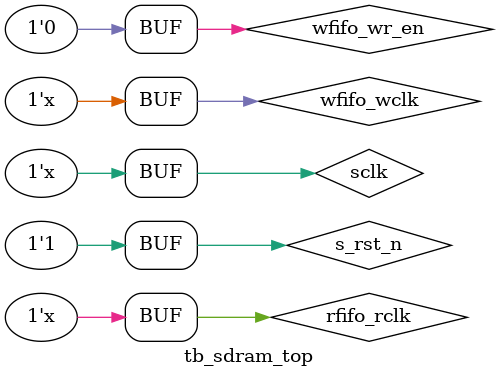
<source format=v>
`timescale 1ns/1ns
module tb_sdram_top;

reg			sclk;
reg 		s_rst_n;

wire		sdram_clk;
wire		sdram_cke;
wire		sdram_cs_n;
wire		sdram_cas_n;
wire		sdram_ras_n;
wire		sdram_we_n;
wire [1:0]	sdram_bank;
wire [12:0]	sdram_addr;
wire [1:0]	sdram_dqm;
wire [23:0]	sdram_dq;

reg 		wr_trig;
reg 		rd_trig;

reg			wfifo_wclk;
reg			wfifo_wr_en;
reg	[23:0]	wfifo_wr_data;

reg			rfifo_rclk;
reg			rfifo_rd_en;
wire [23:0]	rfifo_rd_data;
wire		rfifo_rd_ready;

initial begin
	rfifo_rclk = 1;
end

always #10	rfifo_rclk = ~rfifo_rclk;

always @(posedge rfifo_rclk or negedge s_rst_n) begin
	if(s_rst_n == 1'b0)
		rfifo_rd_en <= 1'b0;
	else if(rfifo_rd_ready == 1'b1)
		rfifo_rd_en <= 1'b1;
end	

initial begin
	wfifo_wclk = 1;
	wfifo_wr_en <= 0;
	#210000
	wfifo_wr_en <= 1;
	#5120
	wfifo_wr_en <= 0;
end	

always @(posedge wfifo_wclk or negedge s_rst_n) begin
	if(s_rst_n == 1'b0)
		wfifo_wr_data <= 'd0;
	else if(wfifo_wr_data >= 255)
		wfifo_wr_data <= 'd0;
	else if(wfifo_wr_en == 1'b1)
		wfifo_wr_data <= wfifo_wr_data + 1'b1; 
end	

always #10	wfifo_wclk = ~wfifo_wclk;

initial begin
	sclk = 1;
	s_rst_n <= 0;
	#100
	s_rst_n <= 1;
end

always #5	sclk = ~sclk;

sdram_top u_sdram_top(
	.sclk				(sclk		),	
	.s_rst_n			(s_rst_n	),	
	.sdram_clk			(sdram_clk	),
	.sdram_cke			(sdram_cke	),
	.sdram_cs_n			(sdram_cs_n	),
	.sdram_cas_n		(sdram_cas_n),	
	.sdram_ras_n		(sdram_ras_n),	
	.sdram_we_n			(sdram_we_n	),
	.sdram_bank			(sdram_bank	),
	.sdram_addr			(sdram_addr	),
	.sdram_dqm			(sdram_dqm	),
	.sdram_dq			(sdram_dq	),
	.wfifo_wclk			(wfifo_wclk	),
	.wfifo_wr_en		(wfifo_wr_en),
	.wfifo_wr_data		(wfifo_wr_data),
	.rfifo_rclk			(rfifo_rclk	),
	.rfifo_rd_en		(rfifo_rd_en),
	.rfifo_rd_data		(rfifo_rd_data),
	.rfifo_rd_ready		(rfifo_rd_ready)
);
defparam u_sdram_model_plus.addr_bits = 13;
defparam u_sdram_model_plus.data_bits = 16;
defparam u_sdram_model_plus.col_bits = 9;
defparam u_sdram_model_plus.mem_sizes = 2*1024*1024;

sdram_model_plus u_sdram_model_plus(
	.Dq				(sdram_dq	),
	.Addr			(sdram_addr	),
	.Ba				(sdram_bank	),
	.Clk			(sdram_clk	),
	.Cke			(sdram_cke	),
	.Cs_n			(sdram_cs_n	),
	.Ras_n			(sdram_ras_n),
	.Cas_n			(sdram_cas_n),
	.We_n			(sdram_we_n	),
	.Dqm			(sdram_dqm	),
	.Debug			(1'b1		)
);

endmodule

</source>
